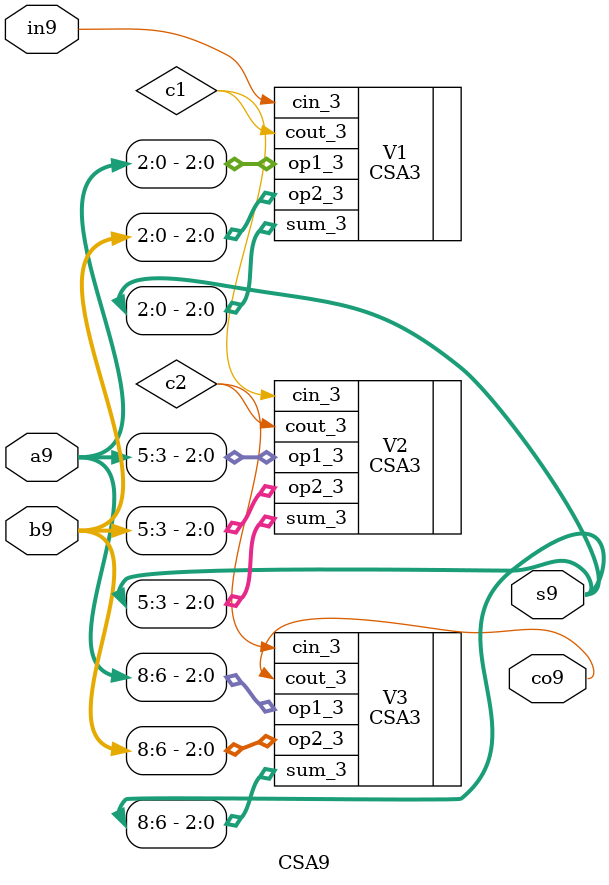
<source format=v>
`timescale 1ns/10ps

module CSA9(s9,co9,a9,b9,in9);
output [8:0]s9;
output co9;
input [8:0]a9,b9;
input in9;
wire [8:0]s9;
wire c1,c2;

CSA3 V1(.sum_3(s9[2:0]),.cout_3(c1),.op1_3(a9[2:0]),.op2_3(b9[2:0]),.cin_3(in9));
CSA3 V2(.sum_3(s9[5:3]),.cout_3(c2),.op1_3(a9[5:3]),.op2_3(b9[5:3]),.cin_3(c1));
CSA3 V3(.sum_3(s9[8:6]),.cout_3(co9),.op1_3(a9[8:6]),.op2_3(b9[8:6]),.cin_3(c2));
endmodule


</source>
